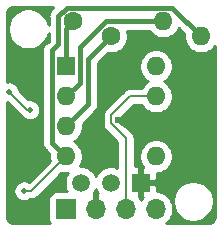
<source format=gbl>
G04 #@! TF.GenerationSoftware,KiCad,Pcbnew,(5.1.9-0-10_14)*
G04 #@! TF.CreationDate,2021-04-22T16:17:37+10:00*
G04 #@! TF.ProjectId,VR-Conditioner-MAX9926+reg,56522d43-6f6e-4646-9974-696f6e65722d,3.6*
G04 #@! TF.SameCoordinates,PX68c4118PY713e7a8*
G04 #@! TF.FileFunction,Copper,L2,Bot*
G04 #@! TF.FilePolarity,Positive*
%FSLAX46Y46*%
G04 Gerber Fmt 4.6, Leading zero omitted, Abs format (unit mm)*
G04 Created by KiCad (PCBNEW (5.1.9-0-10_14)) date 2021-04-22 16:17:37*
%MOMM*%
%LPD*%
G01*
G04 APERTURE LIST*
G04 #@! TA.AperFunction,ComponentPad*
%ADD10O,1.700000X1.700000*%
G04 #@! TD*
G04 #@! TA.AperFunction,ComponentPad*
%ADD11R,1.700000X1.700000*%
G04 #@! TD*
G04 #@! TA.AperFunction,ComponentPad*
%ADD12R,1.500000X1.500000*%
G04 #@! TD*
G04 #@! TA.AperFunction,ComponentPad*
%ADD13C,1.500000*%
G04 #@! TD*
G04 #@! TA.AperFunction,ComponentPad*
%ADD14O,1.600000X1.600000*%
G04 #@! TD*
G04 #@! TA.AperFunction,ComponentPad*
%ADD15C,1.600000*%
G04 #@! TD*
G04 #@! TA.AperFunction,ComponentPad*
%ADD16R,1.600000X1.600000*%
G04 #@! TD*
G04 #@! TA.AperFunction,ViaPad*
%ADD17C,0.600000*%
G04 #@! TD*
G04 #@! TA.AperFunction,ViaPad*
%ADD18C,0.510000*%
G04 #@! TD*
G04 #@! TA.AperFunction,Conductor*
%ADD19C,0.300000*%
G04 #@! TD*
G04 #@! TA.AperFunction,Conductor*
%ADD20C,0.400000*%
G04 #@! TD*
G04 #@! TA.AperFunction,Conductor*
%ADD21C,0.160000*%
G04 #@! TD*
G04 #@! TA.AperFunction,Conductor*
%ADD22C,0.200000*%
G04 #@! TD*
G04 #@! TA.AperFunction,Conductor*
%ADD23C,0.254000*%
G04 #@! TD*
G04 #@! TA.AperFunction,Conductor*
%ADD24C,0.100000*%
G04 #@! TD*
G04 APERTURE END LIST*
D10*
G04 #@! TO.P,J2,4*
G04 #@! TO.N,/COUT1*
X13970000Y2540000D03*
G04 #@! TO.P,J2,3*
G04 #@! TO.N,/COUT2*
X11430000Y2540000D03*
G04 #@! TO.P,J2,2*
G04 #@! TO.N,GND*
X8890000Y2540000D03*
D11*
G04 #@! TO.P,J2,1*
G04 #@! TO.N,+12V*
X6350000Y2540000D03*
G04 #@! TD*
D12*
G04 #@! TO.P,U2,1*
G04 #@! TO.N,GND*
X12700000Y4745000D03*
D13*
G04 #@! TO.P,U2,3*
G04 #@! TO.N,+12V*
X7620000Y4745000D03*
G04 #@! TO.P,U2,2*
G04 #@! TO.N,VCC*
X10160000Y4745000D03*
G04 #@! TD*
D14*
G04 #@! TO.P,R23,2*
G04 #@! TO.N,Net-(J1-Pad4)*
X17780000Y17145000D03*
D15*
G04 #@! TO.P,R23,1*
G04 #@! TO.N,Net-(J1-Pad3)*
X10160000Y17145000D03*
G04 #@! TD*
D14*
G04 #@! TO.P,R13,2*
G04 #@! TO.N,Net-(J1-Pad2)*
X14605000Y18415000D03*
D15*
G04 #@! TO.P,R13,1*
G04 #@! TO.N,Net-(J1-Pad1)*
X6985000Y18415000D03*
G04 #@! TD*
D14*
G04 #@! TO.P,J1,8*
G04 #@! TO.N,/COUT1*
X13970000Y14605000D03*
G04 #@! TO.P,J1,4*
G04 #@! TO.N,Net-(J1-Pad4)*
X6350000Y6985000D03*
G04 #@! TO.P,J1,7*
G04 #@! TO.N,/COUT2*
X13970000Y12065000D03*
G04 #@! TO.P,J1,3*
G04 #@! TO.N,Net-(J1-Pad3)*
X6350000Y9525000D03*
G04 #@! TO.P,J1,6*
G04 #@! TO.N,GND*
X13970000Y9525000D03*
G04 #@! TO.P,J1,2*
G04 #@! TO.N,Net-(J1-Pad2)*
X6350000Y12065000D03*
G04 #@! TO.P,J1,5*
G04 #@! TO.N,VCC*
X13970000Y6985000D03*
D16*
G04 #@! TO.P,J1,1*
G04 #@! TO.N,Net-(J1-Pad1)*
X6350000Y14605000D03*
G04 #@! TD*
D17*
G04 #@! TO.N,GND*
X10795000Y10067990D03*
X14224000Y16510000D03*
X8636000Y10160000D03*
X4826000Y16764000D03*
X9906000Y12192000D03*
D18*
G04 #@! TO.N,Net-(C10-Pad2)*
X1524000Y12446000D03*
X3302000Y10922000D03*
G04 #@! TO.N,Net-(J1-Pad4)*
X2794000Y4064000D03*
G04 #@! TD*
D19*
G04 #@! TO.N,GND*
X10795000Y10160000D02*
X10795000Y10160000D01*
X13970000Y9525000D02*
X11337990Y9525000D01*
X11337990Y9525000D02*
X10795000Y10067990D01*
D20*
G04 #@! TO.N,Net-(J1-Pad4)*
X5189999Y8145001D02*
X6350000Y6985000D01*
X5189999Y15984999D02*
X5189999Y8145001D01*
X5715000Y16510000D02*
X5189999Y15984999D01*
X5715000Y18861802D02*
X5715000Y16510000D01*
X6428199Y19575001D02*
X5715000Y18861802D01*
X15349999Y19575001D02*
X6428199Y19575001D01*
X17780000Y17145000D02*
X15349999Y19575001D01*
G04 #@! TO.N,Net-(J1-Pad3)*
X6350000Y9525000D02*
X8255000Y11430000D01*
X8255000Y15240000D02*
X10160000Y17145000D01*
X8255000Y11430000D02*
X8255000Y15240000D01*
D21*
G04 #@! TO.N,Net-(C10-Pad2)*
X3048000Y10922000D02*
X3302000Y10922000D01*
X1524000Y12446000D02*
X3048000Y10922000D01*
G04 #@! TO.N,Net-(J1-Pad4)*
X3429000Y4064000D02*
X2794000Y4064000D01*
X6350000Y6985000D02*
X3429000Y4064000D01*
D20*
G04 #@! TO.N,Net-(J1-Pad2)*
X9713198Y18415000D02*
X14605000Y18415000D01*
X7510001Y13225001D02*
X7510001Y16211803D01*
X7510001Y16211803D02*
X9713198Y18415000D01*
X6350000Y12065000D02*
X7510001Y13225001D01*
G04 #@! TO.N,Net-(J1-Pad1)*
X6350000Y17780000D02*
X6985000Y18415000D01*
X6350000Y14605000D02*
X6350000Y17780000D01*
D22*
G04 #@! TO.N,/COUT2*
X11430000Y2540000D02*
X11430000Y8544988D01*
X11811998Y12065000D02*
X13970000Y12065000D01*
X11430000Y8544988D02*
X10194999Y9779989D01*
X10194999Y10448001D02*
X11811998Y12065000D01*
X10194999Y9779989D02*
X10194999Y10448001D01*
G04 #@! TD*
D23*
G04 #@! TO.N,GND*
X5153578Y19481247D02*
X5121709Y19455093D01*
X5048562Y19365962D01*
X5017364Y19327947D01*
X4939828Y19182888D01*
X4892082Y19025490D01*
X4875960Y18861802D01*
X4880000Y18820783D01*
X4880000Y18101702D01*
X4843325Y18286081D01*
X4712537Y18601831D01*
X4522663Y18885998D01*
X4280998Y19127663D01*
X3996831Y19317537D01*
X3681081Y19448325D01*
X3345883Y19515000D01*
X3004117Y19515000D01*
X2668919Y19448325D01*
X2353169Y19317537D01*
X2069002Y19127663D01*
X1827337Y18885998D01*
X1637463Y18601831D01*
X1506675Y18286081D01*
X1440000Y17950883D01*
X1440000Y17609117D01*
X1506675Y17273919D01*
X1637463Y16958169D01*
X1827337Y16674002D01*
X2069002Y16432337D01*
X2353169Y16242463D01*
X2668919Y16111675D01*
X3004117Y16045000D01*
X3345883Y16045000D01*
X3681081Y16111675D01*
X3996831Y16242463D01*
X4280998Y16432337D01*
X4522663Y16674002D01*
X4712537Y16958169D01*
X4843325Y17273919D01*
X4880001Y17458300D01*
X4880001Y16855868D01*
X4628577Y16604444D01*
X4596708Y16578290D01*
X4503958Y16465273D01*
X4492363Y16451144D01*
X4414827Y16306085D01*
X4367081Y16148687D01*
X4350959Y15984999D01*
X4354999Y15943980D01*
X4355000Y8186030D01*
X4350959Y8145001D01*
X4367081Y7981313D01*
X4414827Y7823915D01*
X4492363Y7678856D01*
X4515906Y7650169D01*
X4596709Y7551710D01*
X4628573Y7525560D01*
X4933715Y7220418D01*
X4915000Y7126335D01*
X4915000Y6843665D01*
X4961871Y6608033D01*
X3209190Y4855351D01*
X3053603Y4919797D01*
X2881657Y4954000D01*
X2706343Y4954000D01*
X2534397Y4919797D01*
X2372427Y4852707D01*
X2226658Y4755308D01*
X2102692Y4631342D01*
X2005293Y4485573D01*
X1938203Y4323603D01*
X1904000Y4151657D01*
X1904000Y3976343D01*
X1938203Y3804397D01*
X2005293Y3642427D01*
X2102692Y3496658D01*
X2226658Y3372692D01*
X2372427Y3275293D01*
X2534397Y3208203D01*
X2706343Y3174000D01*
X2881657Y3174000D01*
X3053603Y3208203D01*
X3215573Y3275293D01*
X3325884Y3349000D01*
X3393890Y3349000D01*
X3429000Y3345542D01*
X3464110Y3349000D01*
X3464120Y3349000D01*
X3569164Y3359346D01*
X3703942Y3400230D01*
X3828154Y3466623D01*
X3937027Y3555973D01*
X3959420Y3583259D01*
X5973033Y5596871D01*
X6208665Y5550000D01*
X6491335Y5550000D01*
X6492285Y5550189D01*
X6392629Y5401043D01*
X6288225Y5148989D01*
X6235000Y4881411D01*
X6235000Y4608589D01*
X6288225Y4341011D01*
X6392629Y4088957D01*
X6433311Y4028072D01*
X5500000Y4028072D01*
X5375518Y4015812D01*
X5255820Y3979502D01*
X5145506Y3920537D01*
X5048815Y3841185D01*
X4969463Y3744494D01*
X4910498Y3634180D01*
X4874188Y3514482D01*
X4861928Y3390000D01*
X4861928Y1690000D01*
X4874188Y1565518D01*
X4910498Y1445820D01*
X4964388Y1345000D01*
X1939720Y1345000D01*
X1796891Y1359005D01*
X1692901Y1390401D01*
X1596987Y1441399D01*
X1512801Y1510059D01*
X1443561Y1593757D01*
X1391895Y1689311D01*
X1359773Y1793078D01*
X1345000Y1933641D01*
X1345000Y11574170D01*
X1394519Y11564320D01*
X2517588Y10441249D01*
X2539973Y10413973D01*
X2567248Y10391589D01*
X2567251Y10391586D01*
X2608803Y10357485D01*
X2610692Y10354658D01*
X2734658Y10230692D01*
X2880427Y10133293D01*
X3042397Y10066203D01*
X3214343Y10032000D01*
X3389657Y10032000D01*
X3561603Y10066203D01*
X3723573Y10133293D01*
X3869342Y10230692D01*
X3993308Y10354658D01*
X4090707Y10500427D01*
X4157797Y10662397D01*
X4192000Y10834343D01*
X4192000Y11009657D01*
X4157797Y11181603D01*
X4090707Y11343573D01*
X3993308Y11489342D01*
X3869342Y11613308D01*
X3723573Y11710707D01*
X3561603Y11777797D01*
X3389657Y11812000D01*
X3214343Y11812000D01*
X3176659Y11804504D01*
X2405680Y12575481D01*
X2379797Y12705603D01*
X2312707Y12867573D01*
X2215308Y13013342D01*
X2091342Y13137308D01*
X1945573Y13234707D01*
X1783603Y13301797D01*
X1611657Y13336000D01*
X1436343Y13336000D01*
X1345000Y13317830D01*
X1345000Y19015280D01*
X1359005Y19158109D01*
X1390402Y19262101D01*
X1441399Y19358014D01*
X1510055Y19442194D01*
X1593758Y19511440D01*
X1689311Y19563105D01*
X1793078Y19595227D01*
X1933641Y19610000D01*
X5282331Y19610000D01*
X5153578Y19481247D01*
G04 #@! TA.AperFunction,Conductor*
D24*
G36*
X5153578Y19481247D02*
G01*
X5121709Y19455093D01*
X5048562Y19365962D01*
X5017364Y19327947D01*
X4939828Y19182888D01*
X4892082Y19025490D01*
X4875960Y18861802D01*
X4880000Y18820783D01*
X4880000Y18101702D01*
X4843325Y18286081D01*
X4712537Y18601831D01*
X4522663Y18885998D01*
X4280998Y19127663D01*
X3996831Y19317537D01*
X3681081Y19448325D01*
X3345883Y19515000D01*
X3004117Y19515000D01*
X2668919Y19448325D01*
X2353169Y19317537D01*
X2069002Y19127663D01*
X1827337Y18885998D01*
X1637463Y18601831D01*
X1506675Y18286081D01*
X1440000Y17950883D01*
X1440000Y17609117D01*
X1506675Y17273919D01*
X1637463Y16958169D01*
X1827337Y16674002D01*
X2069002Y16432337D01*
X2353169Y16242463D01*
X2668919Y16111675D01*
X3004117Y16045000D01*
X3345883Y16045000D01*
X3681081Y16111675D01*
X3996831Y16242463D01*
X4280998Y16432337D01*
X4522663Y16674002D01*
X4712537Y16958169D01*
X4843325Y17273919D01*
X4880001Y17458300D01*
X4880001Y16855868D01*
X4628577Y16604444D01*
X4596708Y16578290D01*
X4503958Y16465273D01*
X4492363Y16451144D01*
X4414827Y16306085D01*
X4367081Y16148687D01*
X4350959Y15984999D01*
X4354999Y15943980D01*
X4355000Y8186030D01*
X4350959Y8145001D01*
X4367081Y7981313D01*
X4414827Y7823915D01*
X4492363Y7678856D01*
X4515906Y7650169D01*
X4596709Y7551710D01*
X4628573Y7525560D01*
X4933715Y7220418D01*
X4915000Y7126335D01*
X4915000Y6843665D01*
X4961871Y6608033D01*
X3209190Y4855351D01*
X3053603Y4919797D01*
X2881657Y4954000D01*
X2706343Y4954000D01*
X2534397Y4919797D01*
X2372427Y4852707D01*
X2226658Y4755308D01*
X2102692Y4631342D01*
X2005293Y4485573D01*
X1938203Y4323603D01*
X1904000Y4151657D01*
X1904000Y3976343D01*
X1938203Y3804397D01*
X2005293Y3642427D01*
X2102692Y3496658D01*
X2226658Y3372692D01*
X2372427Y3275293D01*
X2534397Y3208203D01*
X2706343Y3174000D01*
X2881657Y3174000D01*
X3053603Y3208203D01*
X3215573Y3275293D01*
X3325884Y3349000D01*
X3393890Y3349000D01*
X3429000Y3345542D01*
X3464110Y3349000D01*
X3464120Y3349000D01*
X3569164Y3359346D01*
X3703942Y3400230D01*
X3828154Y3466623D01*
X3937027Y3555973D01*
X3959420Y3583259D01*
X5973033Y5596871D01*
X6208665Y5550000D01*
X6491335Y5550000D01*
X6492285Y5550189D01*
X6392629Y5401043D01*
X6288225Y5148989D01*
X6235000Y4881411D01*
X6235000Y4608589D01*
X6288225Y4341011D01*
X6392629Y4088957D01*
X6433311Y4028072D01*
X5500000Y4028072D01*
X5375518Y4015812D01*
X5255820Y3979502D01*
X5145506Y3920537D01*
X5048815Y3841185D01*
X4969463Y3744494D01*
X4910498Y3634180D01*
X4874188Y3514482D01*
X4861928Y3390000D01*
X4861928Y1690000D01*
X4874188Y1565518D01*
X4910498Y1445820D01*
X4964388Y1345000D01*
X1939720Y1345000D01*
X1796891Y1359005D01*
X1692901Y1390401D01*
X1596987Y1441399D01*
X1512801Y1510059D01*
X1443561Y1593757D01*
X1391895Y1689311D01*
X1359773Y1793078D01*
X1345000Y1933641D01*
X1345000Y11574170D01*
X1394519Y11564320D01*
X2517588Y10441249D01*
X2539973Y10413973D01*
X2567248Y10391589D01*
X2567251Y10391586D01*
X2608803Y10357485D01*
X2610692Y10354658D01*
X2734658Y10230692D01*
X2880427Y10133293D01*
X3042397Y10066203D01*
X3214343Y10032000D01*
X3389657Y10032000D01*
X3561603Y10066203D01*
X3723573Y10133293D01*
X3869342Y10230692D01*
X3993308Y10354658D01*
X4090707Y10500427D01*
X4157797Y10662397D01*
X4192000Y10834343D01*
X4192000Y11009657D01*
X4157797Y11181603D01*
X4090707Y11343573D01*
X3993308Y11489342D01*
X3869342Y11613308D01*
X3723573Y11710707D01*
X3561603Y11777797D01*
X3389657Y11812000D01*
X3214343Y11812000D01*
X3176659Y11804504D01*
X2405680Y12575481D01*
X2379797Y12705603D01*
X2312707Y12867573D01*
X2215308Y13013342D01*
X2091342Y13137308D01*
X1945573Y13234707D01*
X1783603Y13301797D01*
X1611657Y13336000D01*
X1436343Y13336000D01*
X1345000Y13317830D01*
X1345000Y19015280D01*
X1359005Y19158109D01*
X1390402Y19262101D01*
X1441399Y19358014D01*
X1510055Y19442194D01*
X1593758Y19511440D01*
X1689311Y19563105D01*
X1793078Y19595227D01*
X1933641Y19610000D01*
X5282331Y19610000D01*
X5153578Y19481247D01*
G37*
G04 #@! TD.AperFunction*
D23*
X16363714Y17380418D02*
X16345000Y17286335D01*
X16345000Y17003665D01*
X16400147Y16726426D01*
X16508320Y16465273D01*
X16665363Y16230241D01*
X16865241Y16030363D01*
X17100273Y15873320D01*
X17361426Y15765147D01*
X17638665Y15710000D01*
X17921335Y15710000D01*
X18198574Y15765147D01*
X18459727Y15873320D01*
X18694759Y16030363D01*
X18894637Y16230241D01*
X18975000Y16350513D01*
X18975001Y1939730D01*
X18960995Y1796891D01*
X18929599Y1692901D01*
X18878601Y1596987D01*
X18809941Y1512801D01*
X18726243Y1443561D01*
X18630689Y1391895D01*
X18526922Y1359773D01*
X18386359Y1345000D01*
X14854485Y1345000D01*
X14916632Y1386525D01*
X15123475Y1593368D01*
X15285990Y1836589D01*
X15397932Y2106842D01*
X15455000Y2393740D01*
X15455000Y2686260D01*
X15397932Y2973158D01*
X15285990Y3243411D01*
X15217521Y3345883D01*
X15410000Y3345883D01*
X15410000Y3004117D01*
X15476675Y2668919D01*
X15607463Y2353169D01*
X15797337Y2069002D01*
X16039002Y1827337D01*
X16323169Y1637463D01*
X16638919Y1506675D01*
X16974117Y1440000D01*
X17315883Y1440000D01*
X17651081Y1506675D01*
X17966831Y1637463D01*
X18250998Y1827337D01*
X18492663Y2069002D01*
X18682537Y2353169D01*
X18813325Y2668919D01*
X18880000Y3004117D01*
X18880000Y3345883D01*
X18813325Y3681081D01*
X18682537Y3996831D01*
X18492663Y4280998D01*
X18250998Y4522663D01*
X17966831Y4712537D01*
X17651081Y4843325D01*
X17315883Y4910000D01*
X16974117Y4910000D01*
X16638919Y4843325D01*
X16323169Y4712537D01*
X16039002Y4522663D01*
X15797337Y4280998D01*
X15607463Y3996831D01*
X15476675Y3681081D01*
X15410000Y3345883D01*
X15217521Y3345883D01*
X15123475Y3486632D01*
X14916632Y3693475D01*
X14673411Y3855990D01*
X14403158Y3967932D01*
X14116260Y4025000D01*
X14087873Y4025000D01*
X14085000Y4459250D01*
X13926250Y4618000D01*
X12827000Y4618000D01*
X12827000Y3518750D01*
X12837822Y3507928D01*
X12816525Y3486632D01*
X12700000Y3312240D01*
X12583475Y3486632D01*
X12562179Y3507928D01*
X12573000Y3518750D01*
X12573000Y4618000D01*
X12553000Y4618000D01*
X12553000Y4872000D01*
X12573000Y4872000D01*
X12573000Y5971250D01*
X12414250Y6130000D01*
X12165000Y6131649D01*
X12165000Y7126335D01*
X12535000Y7126335D01*
X12535000Y6843665D01*
X12590147Y6566426D01*
X12698320Y6305273D01*
X12855363Y6070241D01*
X12890677Y6034927D01*
X12827000Y5971250D01*
X12827000Y4872000D01*
X13926250Y4872000D01*
X14085000Y5030750D01*
X14088072Y5495000D01*
X14082655Y5550000D01*
X14111335Y5550000D01*
X14388574Y5605147D01*
X14649727Y5713320D01*
X14884759Y5870363D01*
X15084637Y6070241D01*
X15241680Y6305273D01*
X15349853Y6566426D01*
X15405000Y6843665D01*
X15405000Y7126335D01*
X15349853Y7403574D01*
X15241680Y7664727D01*
X15084637Y7899759D01*
X14884759Y8099637D01*
X14649727Y8256680D01*
X14388574Y8364853D01*
X14111335Y8420000D01*
X13828665Y8420000D01*
X13551426Y8364853D01*
X13290273Y8256680D01*
X13055241Y8099637D01*
X12855363Y7899759D01*
X12698320Y7664727D01*
X12590147Y7403574D01*
X12535000Y7126335D01*
X12165000Y7126335D01*
X12165000Y8508892D01*
X12168555Y8544989D01*
X12165000Y8581086D01*
X12165000Y8581093D01*
X12154365Y8689073D01*
X12112337Y8827621D01*
X12044087Y8955308D01*
X11952238Y9067226D01*
X11924193Y9090242D01*
X10929999Y10084435D01*
X10929999Y10143555D01*
X12116445Y11330000D01*
X12735252Y11330000D01*
X12855363Y11150241D01*
X13055241Y10950363D01*
X13290273Y10793320D01*
X13551426Y10685147D01*
X13828665Y10630000D01*
X14111335Y10630000D01*
X14388574Y10685147D01*
X14649727Y10793320D01*
X14884759Y10950363D01*
X15084637Y11150241D01*
X15241680Y11385273D01*
X15349853Y11646426D01*
X15405000Y11923665D01*
X15405000Y12206335D01*
X15349853Y12483574D01*
X15241680Y12744727D01*
X15084637Y12979759D01*
X14884759Y13179637D01*
X14652241Y13335000D01*
X14884759Y13490363D01*
X15084637Y13690241D01*
X15241680Y13925273D01*
X15349853Y14186426D01*
X15405000Y14463665D01*
X15405000Y14746335D01*
X15349853Y15023574D01*
X15241680Y15284727D01*
X15084637Y15519759D01*
X14884759Y15719637D01*
X14649727Y15876680D01*
X14388574Y15984853D01*
X14111335Y16040000D01*
X13828665Y16040000D01*
X13551426Y15984853D01*
X13290273Y15876680D01*
X13055241Y15719637D01*
X12855363Y15519759D01*
X12698320Y15284727D01*
X12590147Y15023574D01*
X12535000Y14746335D01*
X12535000Y14463665D01*
X12590147Y14186426D01*
X12698320Y13925273D01*
X12855363Y13690241D01*
X13055241Y13490363D01*
X13287759Y13335000D01*
X13055241Y13179637D01*
X12855363Y12979759D01*
X12735252Y12800000D01*
X11848103Y12800000D01*
X11811998Y12803556D01*
X11775893Y12800000D01*
X11667913Y12789365D01*
X11529365Y12747337D01*
X11401678Y12679087D01*
X11289760Y12587238D01*
X11266744Y12559193D01*
X9700807Y10993255D01*
X9672762Y10970239D01*
X9580913Y10858321D01*
X9540031Y10781836D01*
X9512663Y10730634D01*
X9470634Y10592086D01*
X9456443Y10448001D01*
X9459999Y10411896D01*
X9459999Y9816094D01*
X9456443Y9779989D01*
X9459999Y9743885D01*
X9470634Y9635905D01*
X9512662Y9497357D01*
X9580912Y9369670D01*
X9672761Y9257752D01*
X9700807Y9234735D01*
X10695001Y8240540D01*
X10695001Y6022508D01*
X10563989Y6076775D01*
X10296411Y6130000D01*
X10023589Y6130000D01*
X9756011Y6076775D01*
X9503957Y5972371D01*
X9277114Y5820799D01*
X9084201Y5627886D01*
X8932629Y5401043D01*
X8890000Y5298127D01*
X8847371Y5401043D01*
X8695799Y5627886D01*
X8502886Y5820799D01*
X8276043Y5972371D01*
X8023989Y6076775D01*
X7756411Y6130000D01*
X7504567Y6130000D01*
X7621680Y6305273D01*
X7729853Y6566426D01*
X7785000Y6843665D01*
X7785000Y7126335D01*
X7729853Y7403574D01*
X7621680Y7664727D01*
X7464637Y7899759D01*
X7264759Y8099637D01*
X7032241Y8255000D01*
X7264759Y8410363D01*
X7464637Y8610241D01*
X7621680Y8845273D01*
X7729853Y9106426D01*
X7785000Y9383665D01*
X7785000Y9666335D01*
X7766286Y9760418D01*
X8816433Y10810564D01*
X8848291Y10836709D01*
X8918288Y10922000D01*
X8952636Y10963854D01*
X9030172Y11108913D01*
X9077918Y11266311D01*
X9094040Y11430000D01*
X9090000Y11471018D01*
X9090000Y14894133D01*
X9924583Y15728714D01*
X10018665Y15710000D01*
X10301335Y15710000D01*
X10578574Y15765147D01*
X10839727Y15873320D01*
X11074759Y16030363D01*
X11274637Y16230241D01*
X11431680Y16465273D01*
X11539853Y16726426D01*
X11595000Y17003665D01*
X11595000Y17286335D01*
X11539853Y17563574D01*
X11533049Y17580000D01*
X13437070Y17580000D01*
X13490363Y17500241D01*
X13690241Y17300363D01*
X13925273Y17143320D01*
X14186426Y17035147D01*
X14463665Y16980000D01*
X14746335Y16980000D01*
X15023574Y17035147D01*
X15284727Y17143320D01*
X15519759Y17300363D01*
X15719637Y17500241D01*
X15876680Y17735273D01*
X15915394Y17828738D01*
X16363714Y17380418D01*
G04 #@! TA.AperFunction,Conductor*
D24*
G36*
X16363714Y17380418D02*
G01*
X16345000Y17286335D01*
X16345000Y17003665D01*
X16400147Y16726426D01*
X16508320Y16465273D01*
X16665363Y16230241D01*
X16865241Y16030363D01*
X17100273Y15873320D01*
X17361426Y15765147D01*
X17638665Y15710000D01*
X17921335Y15710000D01*
X18198574Y15765147D01*
X18459727Y15873320D01*
X18694759Y16030363D01*
X18894637Y16230241D01*
X18975000Y16350513D01*
X18975001Y1939730D01*
X18960995Y1796891D01*
X18929599Y1692901D01*
X18878601Y1596987D01*
X18809941Y1512801D01*
X18726243Y1443561D01*
X18630689Y1391895D01*
X18526922Y1359773D01*
X18386359Y1345000D01*
X14854485Y1345000D01*
X14916632Y1386525D01*
X15123475Y1593368D01*
X15285990Y1836589D01*
X15397932Y2106842D01*
X15455000Y2393740D01*
X15455000Y2686260D01*
X15397932Y2973158D01*
X15285990Y3243411D01*
X15217521Y3345883D01*
X15410000Y3345883D01*
X15410000Y3004117D01*
X15476675Y2668919D01*
X15607463Y2353169D01*
X15797337Y2069002D01*
X16039002Y1827337D01*
X16323169Y1637463D01*
X16638919Y1506675D01*
X16974117Y1440000D01*
X17315883Y1440000D01*
X17651081Y1506675D01*
X17966831Y1637463D01*
X18250998Y1827337D01*
X18492663Y2069002D01*
X18682537Y2353169D01*
X18813325Y2668919D01*
X18880000Y3004117D01*
X18880000Y3345883D01*
X18813325Y3681081D01*
X18682537Y3996831D01*
X18492663Y4280998D01*
X18250998Y4522663D01*
X17966831Y4712537D01*
X17651081Y4843325D01*
X17315883Y4910000D01*
X16974117Y4910000D01*
X16638919Y4843325D01*
X16323169Y4712537D01*
X16039002Y4522663D01*
X15797337Y4280998D01*
X15607463Y3996831D01*
X15476675Y3681081D01*
X15410000Y3345883D01*
X15217521Y3345883D01*
X15123475Y3486632D01*
X14916632Y3693475D01*
X14673411Y3855990D01*
X14403158Y3967932D01*
X14116260Y4025000D01*
X14087873Y4025000D01*
X14085000Y4459250D01*
X13926250Y4618000D01*
X12827000Y4618000D01*
X12827000Y3518750D01*
X12837822Y3507928D01*
X12816525Y3486632D01*
X12700000Y3312240D01*
X12583475Y3486632D01*
X12562179Y3507928D01*
X12573000Y3518750D01*
X12573000Y4618000D01*
X12553000Y4618000D01*
X12553000Y4872000D01*
X12573000Y4872000D01*
X12573000Y5971250D01*
X12414250Y6130000D01*
X12165000Y6131649D01*
X12165000Y7126335D01*
X12535000Y7126335D01*
X12535000Y6843665D01*
X12590147Y6566426D01*
X12698320Y6305273D01*
X12855363Y6070241D01*
X12890677Y6034927D01*
X12827000Y5971250D01*
X12827000Y4872000D01*
X13926250Y4872000D01*
X14085000Y5030750D01*
X14088072Y5495000D01*
X14082655Y5550000D01*
X14111335Y5550000D01*
X14388574Y5605147D01*
X14649727Y5713320D01*
X14884759Y5870363D01*
X15084637Y6070241D01*
X15241680Y6305273D01*
X15349853Y6566426D01*
X15405000Y6843665D01*
X15405000Y7126335D01*
X15349853Y7403574D01*
X15241680Y7664727D01*
X15084637Y7899759D01*
X14884759Y8099637D01*
X14649727Y8256680D01*
X14388574Y8364853D01*
X14111335Y8420000D01*
X13828665Y8420000D01*
X13551426Y8364853D01*
X13290273Y8256680D01*
X13055241Y8099637D01*
X12855363Y7899759D01*
X12698320Y7664727D01*
X12590147Y7403574D01*
X12535000Y7126335D01*
X12165000Y7126335D01*
X12165000Y8508892D01*
X12168555Y8544989D01*
X12165000Y8581086D01*
X12165000Y8581093D01*
X12154365Y8689073D01*
X12112337Y8827621D01*
X12044087Y8955308D01*
X11952238Y9067226D01*
X11924193Y9090242D01*
X10929999Y10084435D01*
X10929999Y10143555D01*
X12116445Y11330000D01*
X12735252Y11330000D01*
X12855363Y11150241D01*
X13055241Y10950363D01*
X13290273Y10793320D01*
X13551426Y10685147D01*
X13828665Y10630000D01*
X14111335Y10630000D01*
X14388574Y10685147D01*
X14649727Y10793320D01*
X14884759Y10950363D01*
X15084637Y11150241D01*
X15241680Y11385273D01*
X15349853Y11646426D01*
X15405000Y11923665D01*
X15405000Y12206335D01*
X15349853Y12483574D01*
X15241680Y12744727D01*
X15084637Y12979759D01*
X14884759Y13179637D01*
X14652241Y13335000D01*
X14884759Y13490363D01*
X15084637Y13690241D01*
X15241680Y13925273D01*
X15349853Y14186426D01*
X15405000Y14463665D01*
X15405000Y14746335D01*
X15349853Y15023574D01*
X15241680Y15284727D01*
X15084637Y15519759D01*
X14884759Y15719637D01*
X14649727Y15876680D01*
X14388574Y15984853D01*
X14111335Y16040000D01*
X13828665Y16040000D01*
X13551426Y15984853D01*
X13290273Y15876680D01*
X13055241Y15719637D01*
X12855363Y15519759D01*
X12698320Y15284727D01*
X12590147Y15023574D01*
X12535000Y14746335D01*
X12535000Y14463665D01*
X12590147Y14186426D01*
X12698320Y13925273D01*
X12855363Y13690241D01*
X13055241Y13490363D01*
X13287759Y13335000D01*
X13055241Y13179637D01*
X12855363Y12979759D01*
X12735252Y12800000D01*
X11848103Y12800000D01*
X11811998Y12803556D01*
X11775893Y12800000D01*
X11667913Y12789365D01*
X11529365Y12747337D01*
X11401678Y12679087D01*
X11289760Y12587238D01*
X11266744Y12559193D01*
X9700807Y10993255D01*
X9672762Y10970239D01*
X9580913Y10858321D01*
X9540031Y10781836D01*
X9512663Y10730634D01*
X9470634Y10592086D01*
X9456443Y10448001D01*
X9459999Y10411896D01*
X9459999Y9816094D01*
X9456443Y9779989D01*
X9459999Y9743885D01*
X9470634Y9635905D01*
X9512662Y9497357D01*
X9580912Y9369670D01*
X9672761Y9257752D01*
X9700807Y9234735D01*
X10695001Y8240540D01*
X10695001Y6022508D01*
X10563989Y6076775D01*
X10296411Y6130000D01*
X10023589Y6130000D01*
X9756011Y6076775D01*
X9503957Y5972371D01*
X9277114Y5820799D01*
X9084201Y5627886D01*
X8932629Y5401043D01*
X8890000Y5298127D01*
X8847371Y5401043D01*
X8695799Y5627886D01*
X8502886Y5820799D01*
X8276043Y5972371D01*
X8023989Y6076775D01*
X7756411Y6130000D01*
X7504567Y6130000D01*
X7621680Y6305273D01*
X7729853Y6566426D01*
X7785000Y6843665D01*
X7785000Y7126335D01*
X7729853Y7403574D01*
X7621680Y7664727D01*
X7464637Y7899759D01*
X7264759Y8099637D01*
X7032241Y8255000D01*
X7264759Y8410363D01*
X7464637Y8610241D01*
X7621680Y8845273D01*
X7729853Y9106426D01*
X7785000Y9383665D01*
X7785000Y9666335D01*
X7766286Y9760418D01*
X8816433Y10810564D01*
X8848291Y10836709D01*
X8918288Y10922000D01*
X8952636Y10963854D01*
X9030172Y11108913D01*
X9077918Y11266311D01*
X9094040Y11430000D01*
X9090000Y11471018D01*
X9090000Y14894133D01*
X9924583Y15728714D01*
X10018665Y15710000D01*
X10301335Y15710000D01*
X10578574Y15765147D01*
X10839727Y15873320D01*
X11074759Y16030363D01*
X11274637Y16230241D01*
X11431680Y16465273D01*
X11539853Y16726426D01*
X11595000Y17003665D01*
X11595000Y17286335D01*
X11539853Y17563574D01*
X11533049Y17580000D01*
X13437070Y17580000D01*
X13490363Y17500241D01*
X13690241Y17300363D01*
X13925273Y17143320D01*
X14186426Y17035147D01*
X14463665Y16980000D01*
X14746335Y16980000D01*
X15023574Y17035147D01*
X15284727Y17143320D01*
X15519759Y17300363D01*
X15719637Y17500241D01*
X15876680Y17735273D01*
X15915394Y17828738D01*
X16363714Y17380418D01*
G37*
G04 #@! TD.AperFunction*
D23*
X8932629Y4088957D02*
X9067650Y3886885D01*
X9017000Y3860155D01*
X9017000Y2667000D01*
X9037000Y2667000D01*
X9037000Y2413000D01*
X9017000Y2413000D01*
X9017000Y2393000D01*
X8763000Y2393000D01*
X8763000Y2413000D01*
X8743000Y2413000D01*
X8743000Y2667000D01*
X8763000Y2667000D01*
X8763000Y3860155D01*
X8712350Y3886885D01*
X8847371Y4088957D01*
X8890000Y4191873D01*
X8932629Y4088957D01*
G04 #@! TA.AperFunction,Conductor*
D24*
G36*
X8932629Y4088957D02*
G01*
X9067650Y3886885D01*
X9017000Y3860155D01*
X9017000Y2667000D01*
X9037000Y2667000D01*
X9037000Y2413000D01*
X9017000Y2413000D01*
X9017000Y2393000D01*
X8763000Y2393000D01*
X8763000Y2413000D01*
X8743000Y2413000D01*
X8743000Y2667000D01*
X8763000Y2667000D01*
X8763000Y3860155D01*
X8712350Y3886885D01*
X8847371Y4088957D01*
X8890000Y4191873D01*
X8932629Y4088957D01*
G37*
G04 #@! TD.AperFunction*
G04 #@! TD*
M02*

</source>
